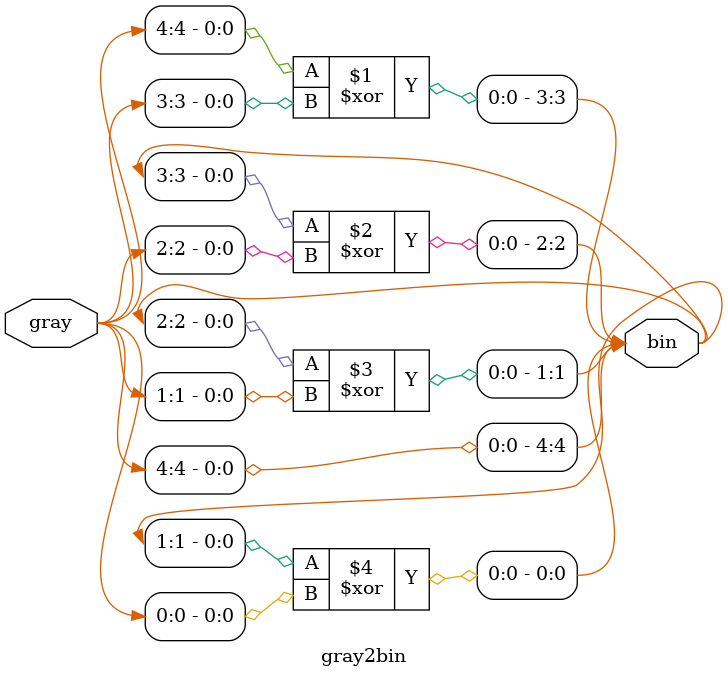
<source format=v>
`timescale 1ns / 1ps


module gray2bin 
#(
parameter  DEPTH_SIZE = 4
 )
(   //system signals
    input   [DEPTH_SIZE:0]   gray,
    output  [DEPTH_SIZE:0]   bin
);

assign  bin[DEPTH_SIZE] = gray[DEPTH_SIZE];//×î¸ßÎ»²»·¢Éú¸Ä±ä
generate
    genvar i;
    for (i = DEPTH_SIZE-1; i >=0; i = i - 1)begin:gray2bin_loop
        assign  bin[i] = bin[i+1] ^ gray[i];
    end
endgenerate
 
endmodule

</source>
